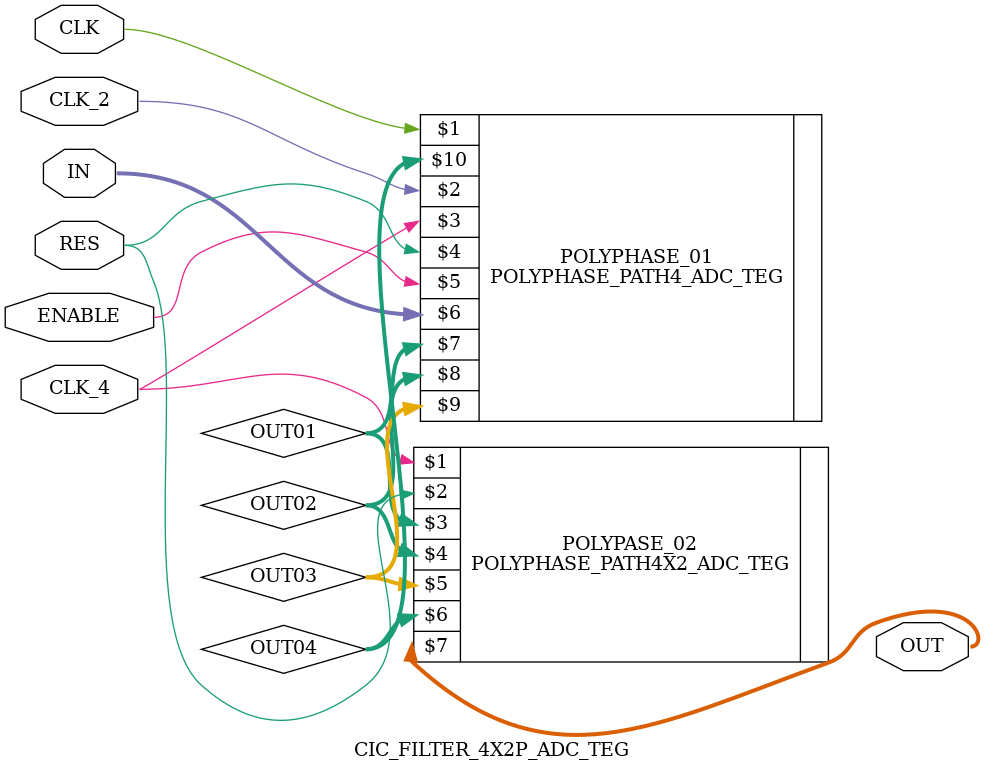
<source format=v>

module CIC_FILTER_4X2P_ADC_TEG (IN, CLK, CLK_2, CLK_4, RES, ENABLE, OUT);

	parameter BW = 6;

	input CLK, CLK_2, CLK_4, ENABLE, RES;
       input signed [BW-1:0] IN;
	output signed [BW+3:0]OUT;
	wire signed [BW-1:0] OUT01, OUT02, OUT03, OUT04;

	POLYPHASE_PATH4_ADC_TEG POLYPHASE_01(CLK, CLK_2, CLK_4, RES, ENABLE, IN, OUT01, OUT02, OUT03, OUT04);

	POLYPHASE_PATH4X2_ADC_TEG POLYPASE_02(CLK_4, RES, OUT01, OUT02, OUT03, OUT04, OUT);
	
endmodule

</source>
